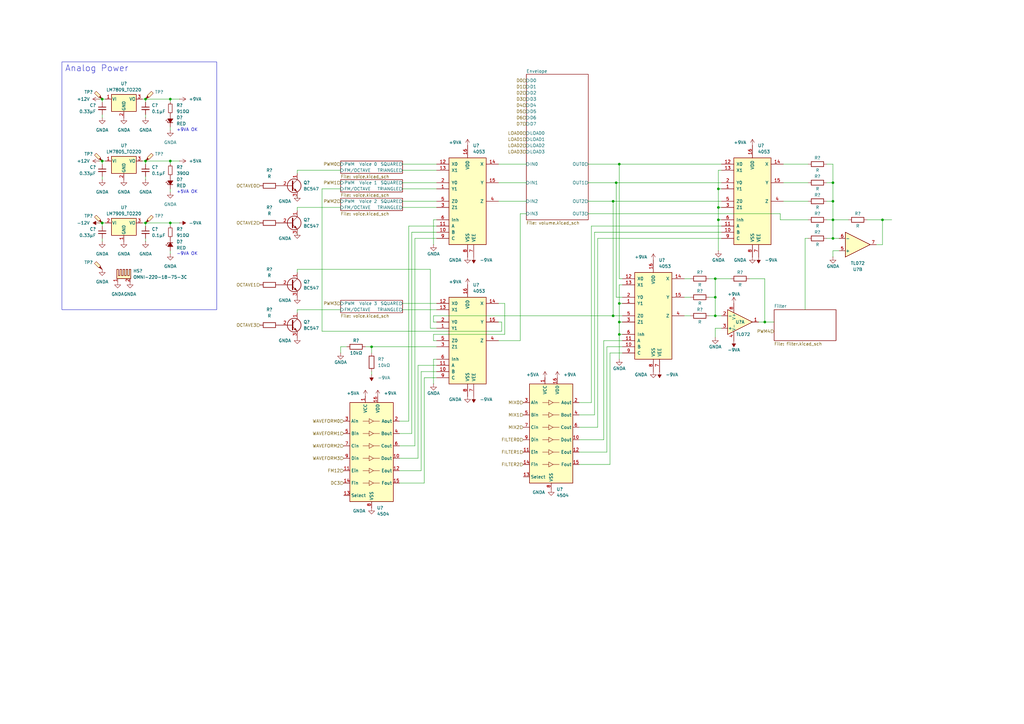
<source format=kicad_sch>
(kicad_sch (version 20231120) (generator "eeschema") (generator_version "8.0")
  (paper "A3")
  (lib_symbols
    (symbol "4xxx:4053" (pin_names (offset 1.016))
      (property "Reference" "U" (at -7.62 19.05 0))
      (property "Value" "4053" (at -7.62 -19.05 0))
      (symbol "4053_1_0"
        (pin passive line (at -12.7 5.08 0) (length 5.08) (name "Y1") (number "1"))
        (pin input line (at -12.7 -12.7 0) (length 5.08) (name "B") (number "10"))
        (pin input line (at -12.7 -10.16 0) (length 5.08) (name "A") (number "11"))
        (pin passive line (at -12.7 15.24 0) (length 5.08) (name "X0") (number "12"))
        (pin passive line (at -12.7 12.7 0) (length 5.08) (name "X1") (number "13"))
        (pin passive line (at 12.7 15.24 180) (length 5.08) (name "X") (number "14"))
        (pin passive line (at 12.7 7.62 180) (length 5.08) (name "Y") (number "15"))
        (pin power_in line (at 0 22.86 270) (length 5.08) (name "VDD") (number "16"))
        (pin passive line (at -12.7 7.62 0) (length 5.08) (name "Y0") (number "2"))
        (pin passive line (at -12.7 -2.54 0) (length 5.08) (name "Z1") (number "3"))
        (pin passive line (at 12.7 0 180) (length 5.08) (name "Z") (number "4"))
        (pin passive line (at -12.7 0 0) (length 5.08) (name "Z0") (number "5"))
        (pin input line (at -12.7 -7.62 0) (length 5.08) (name "Inh") (number "6"))
        (pin power_in line (at 2.54 -22.86 90) (length 5.08) (name "VEE") (number "7"))
        (pin power_in line (at 0 -22.86 90) (length 5.08) (name "VSS") (number "8"))
        (pin input line (at -12.7 -15.24 0) (length 5.08) (name "C") (number "9"))
      )
    )
    (symbol "4xxx:4504"
      (property "Reference" "U" (at -7.62 21.59 0))
      (property "Value" "4504" (at 6.35 21.59 0))
      (symbol "4504_1_1"
        (pin power_in line (at -2.54 22.86 270) (length 2.54) (name "VCC") (number "1"))
        (pin output line (at 11.43 -2.54 180) (length 2.54) (name "Dout") (number "10"))
        (pin input line (at -11.43 -7.62 0) (length 2.54) (name "Ein") (number "11"))
        (pin output line (at 11.43 -7.62 180) (length 2.54) (name "Eout") (number "12"))
        (pin input line (at -11.43 -17.78 0) (length 2.54) (name "Select") (number "13"))
        (pin input line (at -11.43 -12.7 0) (length 2.54) (name "Fin") (number "14"))
        (pin output line (at 11.43 -12.7 180) (length 2.54) (name "Fout") (number "15"))
        (pin power_in line (at 2.54 22.86 270) (length 2.54) (name "VDD") (number "16"))
        (pin output line (at 11.43 12.7 180) (length 2.54) (name "Aout") (number "2"))
        (pin input line (at -11.43 12.7 0) (length 2.54) (name "Ain") (number "3"))
        (pin output line (at 11.43 7.62 180) (length 2.54) (name "Bout") (number "4"))
        (pin input line (at -11.43 7.62 0) (length 2.54) (name "Bin") (number "5"))
        (pin output line (at 11.43 2.54 180) (length 2.54) (name "Cout") (number "6"))
        (pin input line (at -11.43 2.54 0) (length 2.54) (name "Cin") (number "7"))
        (pin power_in line (at 0 -22.86 90) (length 2.54) (name "VSS") (number "8"))
        (pin input line (at -11.43 -2.54 0) (length 2.54) (name "Din") (number "9"))
      )
    )
    (symbol "Amplifier_Operational:TL072" (pin_names (offset 0.127))
      (property "Reference" "U" (at 0 5.08 0))
      (property "Value" "TL072" (at 0 -5.08 0))
      (symbol "TL072_1_1"
        (pin output line (at 7.62 0 180) (length 2.54) (name "~") (number "1"))
        (pin input line (at -7.62 -2.54 0) (length 2.54) (name "-") (number "2"))
        (pin input line (at -7.62 2.54 0) (length 2.54) (name "+") (number "3"))
      )
      (symbol "TL072_2_1"
        (pin input line (at -7.62 2.54 0) (length 2.54) (name "+") (number "5"))
        (pin input line (at -7.62 -2.54 0) (length 2.54) (name "-") (number "6"))
        (pin output line (at 7.62 0 180) (length 2.54) (name "~") (number "7"))
      )
      (symbol "TL072_3_1"
        (pin power_in line (at -2.54 -7.62 90) (length 3.81) (name "V-") (number "4"))
        (pin power_in line (at -2.54 7.62 270) (length 3.81) (name "V+") (number "8"))
      )
    )
    (symbol "Connector:TestPoint_Probe" (pin_numbers hide) (pin_names (offset 0.762) hide)
      (property "Reference" "TP" (at 1.651 5.842 0))
      (property "Value" "TestPoint_Probe" (at 1.651 4.064 0))
      (symbol "TestPoint_Probe_1_1"
        (pin passive line (at 0 0 90) (length 0) (name "1") (number "1"))
      )
    )
    (symbol "Device:C_Small" (pin_numbers hide) (pin_names (offset 0.254) hide)
      (property "Reference" "C" (at 0.254 1.778 0))
      (property "Value" "C_Small" (at 0.254 -2.032 0))
      (symbol "C_Small_1_1"
        (pin passive line (at 0 2.54 270) (length 2.032) (name "~") (number "1"))
        (pin passive line (at 0 -2.54 90) (length 2.032) (name "~") (number "2"))
      )
    )
    (symbol "Device:LED_Small_Filled" (pin_numbers hide) (pin_names (offset 0.254) hide)
      (property "Reference" "D" (at -1.27 3.175 0))
      (property "Value" "LED_Small_Filled" (at -4.445 -2.54 0))
      (symbol "LED_Small_Filled_1_1"
        (pin passive line (at -2.54 0 0) (length 1.778) (name "K") (number "1"))
        (pin passive line (at 2.54 0 180) (length 1.778) (name "A") (number "2"))
      )
    )
    (symbol "Device:R" (pin_numbers hide) (pin_names (offset 0))
      (property "Reference" "R" (at 2.032 0 90))
      (property "Value" "R" (at 0 0 90))
      (symbol "R_1_1"
        (pin passive line (at 0 3.81 270) (length 1.27) (name "~") (number "1"))
        (pin passive line (at 0 -3.81 90) (length 1.27) (name "~") (number "2"))
      )
    )
    (symbol "Device:R_Small" (pin_numbers hide) (pin_names (offset 0.254) hide)
      (property "Reference" "R" (at 0.762 0.508 0))
      (property "Value" "R_Small" (at 0.762 -1.016 0))
      (symbol "R_Small_1_1"
        (pin passive line (at 0 2.54 270) (length 0.762) (name "~") (number "1"))
        (pin passive line (at 0 -2.54 90) (length 0.762) (name "~") (number "2"))
      )
    )
    (symbol "Mechanical:Heatsink_Pad_2Pin" (pin_names (offset 0)) (exclude_from_sim yes)
      (property "Reference" "HS" (at 0 5.715 0))
      (property "Value" "Heatsink_Pad_2Pin" (at 0 3.81 0))
      (symbol "Heatsink_Pad_2Pin_1_1"
        (pin passive line (at -2.54 -2.54 90) (length 1.27) (name "~") (number "1"))
        (pin passive line (at 2.54 -2.54 90) (length 1.27) (name "~") (number "2"))
      )
    )
    (symbol "Regulator_Linear:LM7805_TO220" (pin_names (offset 0.254))
      (property "Reference" "U" (at -3.81 3.175 0))
      (property "Value" "LM7805_TO220" (at 0 3.175 0))
      (symbol "LM7805_TO220_1_1"
        (pin power_in line (at -7.62 0 0) (length 2.54) (name "VI") (number "1"))
        (pin power_in line (at 0 -7.62 90) (length 2.54) (name "GND") (number "2"))
        (pin power_out line (at 7.62 0 180) (length 2.54) (name "VO") (number "3"))
      )
    )
    (symbol "Regulator_Linear:LM7809_TO220" (pin_names (offset 0.254))
      (property "Reference" "U" (at -3.81 3.175 0))
      (property "Value" "LM7809_TO220" (at 0 3.175 0))
      (symbol "LM7809_TO220_1_1"
        (pin power_in line (at -7.62 0 0) (length 2.54) (name "VI") (number "1"))
        (pin power_in line (at 0 -7.62 90) (length 2.54) (name "GND") (number "2"))
        (pin power_out line (at 7.62 0 180) (length 2.54) (name "VO") (number "3"))
      )
    )
    (symbol "Regulator_Linear:LM7909_TO220" (pin_names (offset 0.254))
      (property "Reference" "U" (at -3.81 -3.175 0))
      (property "Value" "LM7909_TO220" (at 0 -3.175 0))
      (symbol "LM7909_TO220_1_1"
        (pin power_in line (at 0 7.62 270) (length 2.54) (name "GND") (number "1"))
        (pin power_in line (at -7.62 0 0) (length 2.54) (name "VI") (number "2"))
        (pin power_out line (at 7.62 0 180) (length 2.54) (name "VO") (number "3"))
      )
    )
    (symbol "Transistor_BJT:BC547" (pin_names (offset 0) hide)
      (property "Reference" "Q" (at 5.08 1.905 0))
      (property "Value" "BC547" (at 5.08 0 0))
      (symbol "BC547_1_1"
        (pin passive line (at 2.54 5.08 270) (length 2.54) (name "C") (number "1"))
        (pin input line (at -5.08 0 0) (length 5.08) (name "B") (number "2"))
        (pin passive line (at 2.54 -5.08 90) (length 2.54) (name "E") (number "3"))
      )
    )
    (symbol "power:+12V" (power) (pin_numbers hide) (pin_names (offset 0) hide)
      (property "Value" "+12V" (at 0 3.556 0))
      (symbol "+12V_1_1"
        (pin power_in line (at 0 0 90) (length 0) (name "~") (number "1"))
      )
    )
    (symbol "power:+5VA" (power) (pin_numbers hide) (pin_names (offset 0) hide)
      (property "Value" "+5VA" (at 0 3.556 0))
      (symbol "+5VA_1_1"
        (pin power_in line (at 0 0 90) (length 0) (name "~") (number "1"))
      )
    )
    (symbol "power:+9VA" (power) (pin_numbers hide) (pin_names (offset 0) hide)
      (property "Value" "+9VA" (at 0 3.556 0))
      (symbol "+9VA_1_1"
        (pin power_in line (at 0 0 90) (length 0) (name "~") (number "1"))
      )
    )
    (symbol "power:-12V" (power) (pin_numbers hide) (pin_names (offset 0) hide)
      (property "Value" "-12V" (at 0 3.556 0))
      (symbol "-12V_0_0"
        (pin power_in line (at 0 0 90) (length 0) (name "~") (number "1"))
      )
    )
    (symbol "power:-9VA" (power) (pin_numbers hide) (pin_names (offset 0) hide)
      (property "Value" "-9VA" (at 0 3.556 0))
      (symbol "-9VA_1_1"
        (pin power_in line (at 0 0 90) (length 0) (name "~") (number "1"))
      )
    )
    (symbol "power:GNDA" (power) (pin_numbers hide) (pin_names (offset 0) hide)
      (property "Value" "GNDA" (at 0 -3.81 0))
      (symbol "GNDA_1_1"
        (pin power_in line (at 0 0 270) (length 0) (name "~") (number "1"))
      )
    )
  )
  (junction (at 69.85 91.44))
  (junction (at 293.37 114.3))
  (junction (at 59.69 91.44))
  (junction (at 313.69 132.08))
  (junction (at 341.63 90.17))
  (junction (at 254 137.16))
  (junction (at 293.37 121.92))
  (junction (at 252.73 74.93))
  (junction (at 254 67.31))
  (junction (at 251.46 129.54))
  (junction (at 69.85 40.64))
  (junction (at 59.69 66.04))
  (junction (at 341.63 82.55))
  (junction (at 341.63 97.79))
  (junction (at 59.69 40.64))
  (junction (at 294.64 77.47))
  (junction (at 152.4 142.24))
  (junction (at 41.91 91.44))
  (junction (at 251.46 82.55))
  (junction (at 254 124.46))
  (junction (at 254 132.08))
  (junction (at 41.91 40.64))
  (junction (at 294.64 85.09))
  (junction (at 361.95 90.17))
  (junction (at 69.85 66.04))
  (junction (at 341.63 74.93))
  (junction (at 293.37 129.54))
  (junction (at 41.91 66.04))
  (junction (at 294.64 90.17))
  (wire (pts (xy 69.85 91.44) (xy 69.85 92.71)))
  (wire (pts (xy 73.66 66.04) (xy 69.85 66.04)))
  (wire (pts (xy 294.64 77.47) (xy 294.64 85.09)))
  (wire (pts (xy 132.08 135.89) (xy 205.74 135.89)))
  (wire (pts (xy 176.53 134.62) (xy 176.53 110.49)))
  (wire (pts (xy 165.1 124.46) (xy 179.07 124.46)))
  (wire (pts (xy 121.92 96.52) (xy 121.92 95.25)))
  (wire (pts (xy 59.69 66.04) (xy 59.69 67.31)))
  (wire (pts (xy 341.63 90.17) (xy 339.09 90.17)))
  (wire (pts (xy 355.6 90.17) (xy 361.95 90.17)))
  (wire (pts (xy 241.3 74.93) (xy 252.73 74.93)))
  (wire (pts (xy 255.27 114.3) (xy 254 114.3)))
  (wire (pts (xy 254 116.84) (xy 254 124.46)))
  (wire (pts (xy 294.64 85.09) (xy 295.91 85.09)))
  (wire (pts (xy 59.69 72.39) (xy 59.69 73.66)))
  (wire (pts (xy 167.64 172.72) (xy 163.83 172.72)))
  (wire (pts (xy 165.1 82.55) (xy 179.07 82.55)))
  (wire (pts (xy 341.63 67.31) (xy 339.09 67.31)))
  (wire (pts (xy 165.1 67.31) (xy 179.07 67.31)))
  (wire (pts (xy 241.3 87.63) (xy 320.04 87.63)))
  (wire (pts (xy 69.85 66.04) (xy 59.69 66.04)))
  (wire (pts (xy 204.47 139.7) (xy 213.36 139.7)))
  (wire (pts (xy 294.64 90.17) (xy 294.64 102.87)))
  (wire (pts (xy 177.8 129.54) (xy 251.46 129.54)))
  (wire (pts (xy 245.11 97.79) (xy 295.91 97.79)))
  (wire (pts (xy 163.83 177.8) (xy 168.91 177.8)))
  (wire (pts (xy 69.85 77.47) (xy 69.85 78.74)))
  (wire (pts (xy 341.63 102.87) (xy 341.63 105.41)))
  (wire (pts (xy 69.85 52.07) (xy 69.85 53.34)))
  (wire (pts (xy 242.57 165.1) (xy 242.57 92.71)))
  (wire (pts (xy 254 124.46) (xy 255.27 124.46)))
  (wire (pts (xy 121.92 128.27) (xy 121.92 127)))
  (wire (pts (xy 168.91 177.8) (xy 168.91 95.25)))
  (wire (pts (xy 237.49 175.26) (xy 245.11 175.26)))
  (wire (pts (xy 69.85 40.64) (xy 69.85 41.91)))
  (wire (pts (xy 313.69 114.3) (xy 307.34 114.3)))
  (wire (pts (xy 311.15 132.08) (xy 313.69 132.08)))
  (wire (pts (xy 293.37 121.92) (xy 293.37 129.54)))
  (wire (pts (xy 59.69 40.64) (xy 69.85 40.64)))
  (wire (pts (xy 294.64 85.09) (xy 294.64 90.17)))
  (wire (pts (xy 173.99 198.12) (xy 173.99 154.94)))
  (wire (pts (xy 290.83 121.92) (xy 293.37 121.92)))
  (wire (pts (xy 254 137.16) (xy 255.27 137.16)))
  (wire (pts (xy 295.91 95.25) (xy 243.84 95.25)))
  (wire (pts (xy 213.36 139.7) (xy 213.36 87.63)))
  (wire (pts (xy 165.1 85.09) (xy 179.07 85.09)))
  (wire (pts (xy 59.69 40.64) (xy 59.69 41.91)))
  (wire (pts (xy 254 132.08) (xy 255.27 132.08)))
  (wire (pts (xy 177.8 90.17) (xy 179.07 90.17)))
  (wire (pts (xy 321.31 67.31) (xy 331.47 67.31)))
  (wire (pts (xy 205.74 132.08) (xy 204.47 132.08)))
  (wire (pts (xy 341.63 82.55) (xy 341.63 74.93)))
  (wire (pts (xy 255.27 116.84) (xy 254 116.84)))
  (wire (pts (xy 204.47 67.31) (xy 215.9 67.31)))
  (wire (pts (xy 177.8 139.7) (xy 179.07 139.7)))
  (wire (pts (xy 313.69 132.08) (xy 317.5 132.08)))
  (wire (pts (xy 59.69 66.04) (xy 58.42 66.04)))
  (wire (pts (xy 254 67.31) (xy 254 114.3)))
  (wire (pts (xy 293.37 114.3) (xy 293.37 121.92)))
  (wire (pts (xy 341.63 82.55) (xy 339.09 82.55)))
  (wire (pts (xy 243.84 170.18) (xy 237.49 170.18)))
  (wire (pts (xy 59.69 46.99) (xy 59.69 48.26)))
  (wire (pts (xy 69.85 102.87) (xy 69.85 104.14)))
  (wire (pts (xy 204.47 82.55) (xy 215.9 82.55)))
  (wire (pts (xy 165.1 77.47) (xy 179.07 77.47)))
  (wire (pts (xy 40.64 40.64) (xy 41.91 40.64)))
  (wire (pts (xy 132.08 77.47) (xy 139.7 77.47)))
  (wire (pts (xy 313.69 114.3) (xy 313.69 132.08)))
  (wire (pts (xy 69.85 40.64) (xy 73.66 40.64)))
  (wire (pts (xy 237.49 165.1) (xy 242.57 165.1)))
  (wire (pts (xy 295.91 134.62) (xy 293.37 134.62)))
  (wire (pts (xy 294.64 69.85) (xy 294.64 77.47)))
  (wire (pts (xy 204.47 74.93) (xy 215.9 74.93)))
  (wire (pts (xy 165.1 74.93) (xy 179.07 74.93)))
  (wire (pts (xy 179.07 134.62) (xy 176.53 134.62)))
  (wire (pts (xy 69.85 91.44) (xy 59.69 91.44)))
  (wire (pts (xy 177.8 157.48) (xy 177.8 147.32)))
  (wire (pts (xy 255.27 139.7) (xy 247.65 139.7)))
  (wire (pts (xy 207.01 137.16) (xy 207.01 124.46)))
  (wire (pts (xy 341.63 90.17) (xy 347.98 90.17)))
  (wire (pts (xy 320.04 90.17) (xy 331.47 90.17)))
  (wire (pts (xy 179.07 92.71) (xy 167.64 92.71)))
  (wire (pts (xy 295.91 69.85) (xy 294.64 69.85)))
  (wire (pts (xy 320.04 87.63) (xy 320.04 90.17)))
  (wire (pts (xy 252.73 74.93) (xy 295.91 74.93)))
  (wire (pts (xy 152.4 152.4) (xy 152.4 153.67)))
  (wire (pts (xy 121.92 85.09) (xy 139.7 85.09)))
  (wire (pts (xy 290.83 114.3) (xy 293.37 114.3)))
  (wire (pts (xy 179.07 152.4) (xy 172.72 152.4)))
  (wire (pts (xy 237.49 190.5) (xy 250.19 190.5)))
  (wire (pts (xy 299.72 114.3) (xy 293.37 114.3)))
  (wire (pts (xy 280.67 121.92) (xy 283.21 121.92)))
  (wire (pts (xy 341.63 97.79) (xy 341.63 90.17)))
  (wire (pts (xy 165.1 69.85) (xy 179.07 69.85)))
  (wire (pts (xy 213.36 87.63) (xy 215.9 87.63)))
  (wire (pts (xy 241.3 82.55) (xy 251.46 82.55)))
  (wire (pts (xy 41.91 97.79) (xy 41.91 99.06)))
  (wire (pts (xy 254 132.08) (xy 254 137.16)))
  (wire (pts (xy 41.91 40.64) (xy 43.18 40.64)))
  (wire (pts (xy 41.91 41.91) (xy 41.91 40.64)))
  (wire (pts (xy 41.91 91.44) (xy 43.18 91.44)))
  (wire (pts (xy 361.95 90.17) (xy 365.76 90.17)))
  (wire (pts (xy 294.64 90.17) (xy 295.91 90.17)))
  (wire (pts (xy 177.8 132.08) (xy 179.07 132.08)))
  (wire (pts (xy 321.31 74.93) (xy 331.47 74.93)))
  (wire (pts (xy 177.8 132.08) (xy 177.8 129.54)))
  (wire (pts (xy 294.64 77.47) (xy 295.91 77.47)))
  (wire (pts (xy 172.72 193.04) (xy 163.83 193.04)))
  (wire (pts (xy 139.7 142.24) (xy 139.7 144.78)))
  (wire (pts (xy 167.64 92.71) (xy 167.64 172.72)))
  (wire (pts (xy 293.37 134.62) (xy 293.37 138.43)))
  (wire (pts (xy 255.27 129.54) (xy 251.46 129.54)))
  (wire (pts (xy 330.2 97.79) (xy 330.2 127)))
  (wire (pts (xy 245.11 175.26) (xy 245.11 97.79)))
  (wire (pts (xy 341.63 90.17) (xy 341.63 82.55)))
  (wire (pts (xy 41.91 66.04) (xy 41.91 67.31)))
  (wire (pts (xy 177.8 137.16) (xy 207.01 137.16)))
  (wire (pts (xy 139.7 142.24) (xy 142.24 142.24)))
  (wire (pts (xy 248.92 185.42) (xy 248.92 142.24)))
  (wire (pts (xy 179.07 97.79) (xy 170.18 97.79)))
  (wire (pts (xy 177.8 100.33) (xy 177.8 90.17)))
  (wire (pts (xy 152.4 142.24) (xy 152.4 144.78)))
  (wire (pts (xy 121.92 86.36) (xy 121.92 85.09)))
  (wire (pts (xy 252.73 74.93) (xy 252.73 121.92)))
  (wire (pts (xy 149.86 142.24) (xy 152.4 142.24)))
  (wire (pts (xy 172.72 152.4) (xy 172.72 193.04)))
  (wire (pts (xy 254 67.31) (xy 295.91 67.31)))
  (wire (pts (xy 173.99 154.94) (xy 179.07 154.94)))
  (wire (pts (xy 361.95 90.17) (xy 361.95 100.33)))
  (wire (pts (xy 165.1 127) (xy 179.07 127)))
  (wire (pts (xy 177.8 139.7) (xy 177.8 137.16)))
  (wire (pts (xy 41.91 46.99) (xy 41.91 48.26)))
  (wire (pts (xy 59.69 40.64) (xy 58.42 40.64)))
  (wire (pts (xy 341.63 74.93) (xy 341.63 67.31)))
  (wire (pts (xy 251.46 82.55) (xy 295.91 82.55)))
  (wire (pts (xy 243.84 95.25) (xy 243.84 170.18)))
  (wire (pts (xy 41.91 66.04) (xy 43.18 66.04)))
  (wire (pts (xy 171.45 187.96) (xy 163.83 187.96)))
  (wire (pts (xy 170.18 97.79) (xy 170.18 182.88)))
  (wire (pts (xy 132.08 77.47) (xy 132.08 135.89)))
  (wire (pts (xy 121.92 110.49) (xy 121.92 111.76)))
  (wire (pts (xy 250.19 144.78) (xy 250.19 190.5)))
  (wire (pts (xy 40.64 91.44) (xy 41.91 91.44)))
  (wire (pts (xy 69.85 66.04) (xy 69.85 67.31)))
  (wire (pts (xy 242.57 92.71) (xy 295.91 92.71)))
  (wire (pts (xy 241.3 67.31) (xy 254 67.31)))
  (wire (pts (xy 255.27 121.92) (xy 252.73 121.92)))
  (wire (pts (xy 121.92 127) (xy 139.7 127)))
  (wire (pts (xy 121.92 71.12) (xy 121.92 69.85)))
  (wire (pts (xy 321.31 82.55) (xy 331.47 82.55)))
  (wire (pts (xy 59.69 97.79) (xy 59.69 99.06)))
  (wire (pts (xy 73.66 91.44) (xy 69.85 91.44)))
  (wire (pts (xy 280.67 129.54) (xy 283.21 129.54)))
  (wire (pts (xy 247.65 139.7) (xy 247.65 180.34)))
  (wire (pts (xy 170.18 182.88) (xy 163.83 182.88)))
  (wire (pts (xy 41.91 91.44) (xy 41.91 92.71)))
  (wire (pts (xy 121.92 110.49) (xy 176.53 110.49)))
  (wire (pts (xy 41.91 72.39) (xy 41.91 73.66)))
  (wire (pts (xy 247.65 180.34) (xy 237.49 180.34)))
  (wire (pts (xy 331.47 97.79) (xy 330.2 97.79)))
  (wire (pts (xy 341.63 74.93) (xy 339.09 74.93)))
  (wire (pts (xy 255.27 144.78) (xy 250.19 144.78)))
  (wire (pts (xy 152.4 142.24) (xy 179.07 142.24)))
  (wire (pts (xy 290.83 129.54) (xy 293.37 129.54)))
  (wire (pts (xy 254 124.46) (xy 254 132.08)))
  (wire (pts (xy 341.63 97.79) (xy 344.17 97.79)))
  (wire (pts (xy 280.67 114.3) (xy 283.21 114.3)))
  (wire (pts (xy 237.49 185.42) (xy 248.92 185.42)))
  (wire (pts (xy 293.37 129.54) (xy 295.91 129.54)))
  (wire (pts (xy 177.8 147.32) (xy 179.07 147.32)))
  (wire (pts (xy 254 137.16) (xy 254 147.32)))
  (wire (pts (xy 121.92 69.85) (xy 139.7 69.85)))
  (wire (pts (xy 339.09 97.79) (xy 341.63 97.79)))
  (wire (pts (xy 344.17 102.87) (xy 341.63 102.87)))
  (wire (pts (xy 59.69 91.44) (xy 59.69 92.71)))
  (wire (pts (xy 168.91 95.25) (xy 179.07 95.25)))
  (wire (pts (xy 179.07 149.86) (xy 171.45 149.86)))
  (wire (pts (xy 171.45 149.86) (xy 171.45 187.96)))
  (wire (pts (xy 59.69 91.44) (xy 58.42 91.44)))
  (wire (pts (xy 251.46 82.55) (xy 251.46 129.54)))
  (wire (pts (xy 361.95 100.33) (xy 359.41 100.33)))
  (wire (pts (xy 204.47 124.46) (xy 207.01 124.46)))
  (wire (pts (xy 40.64 66.04) (xy 41.91 66.04)))
  (wire (pts (xy 205.74 132.08) (xy 205.74 135.89)))
  (wire (pts (xy 163.83 198.12) (xy 173.99 198.12)))
  (wire (pts (xy 121.92 81.28) (xy 121.92 80.01)))
  (wire (pts (xy 248.92 142.24) (xy 255.27 142.24)))
  (rectangle (start 25.4 25.4) (end 88.9 127))
  (text "Analog Power" (at 26.67 26.67 0) (effects (font (size 2.54 2.54)) (justify left top)))
  (text "-9VA OK" (at 72.39 104.14 0) (effects (font (size 1.27 1.27)) (justify left)))
  (text "+9VA OK" (at 72.39 53.34 0) (effects (font (size 1.27 1.27)) (justify left)))
  (text "+5VA OK" (at 72.39 78.74 0) (effects (font (size 1.27 1.27)) (justify left)))
  (hierarchical_label "MIX2" (shape input) (at 214.63 175.26 180))
  (hierarchical_label "D1" (shape input) (at 215.9 35.56 180))
  (hierarchical_label "D2" (shape input) (at 215.9 38.1 180))
  (hierarchical_label "MIX1" (shape input) (at 214.63 170.18 180))
  (hierarchical_label "D3" (shape input) (at 215.9 40.64 180))
  (hierarchical_label "D5" (shape input) (at 215.9 45.72 180))
  (hierarchical_label "D0" (shape input) (at 215.9 33.02 180))
  (hierarchical_label "FILTER0" (shape input) (at 214.63 180.34 180))
  (hierarchical_label "PWM1" (shape input) (at 139.7 74.93 180))
  (hierarchical_label "OCTAVE1" (shape input) (at 106.68 116.84 180))
  (hierarchical_label "FILTER1" (shape input) (at 214.63 185.42 180))
  (hierarchical_label "PWM4" (shape input) (at 317.5 135.89 180))
  (hierarchical_label "OCTAVE2" (shape input) (at 106.68 91.44 180))
  (hierarchical_label "WAVEFORM1" (shape input) (at 140.97 177.8 180))
  (hierarchical_label "DC3" (shape input) (at 140.97 198.12 180))
  (hierarchical_label "FILTER2" (shape input) (at 214.63 190.5 180))
  (hierarchical_label "PWM3" (shape input) (at 139.7 124.46 180))
  (hierarchical_label "WAVEFORM2" (shape input) (at 140.97 182.88 180))
  (hierarchical_label "OCTAVE0" (shape input) (at 106.68 76.2 180))
  (hierarchical_label "D4" (shape input) (at 215.9 43.18 180))
  (hierarchical_label "WAVEFORM0" (shape input) (at 140.97 172.72 180))
  (hierarchical_label "LOAD0" (shape input) (at 215.9 54.61 180))
  (hierarchical_label "LOAD1" (shape input) (at 215.9 57.15 180))
  (hierarchical_label "FM12" (shape input) (at 140.97 193.04 180))
  (hierarchical_label "WAVEFORM3" (shape input) (at 140.97 187.96 180))
  (hierarchical_label "D7" (shape input) (at 215.9 50.8 180))
  (hierarchical_label "PWM2" (shape input) (at 139.7 82.55 180))
  (hierarchical_label "MIX0" (shape input) (at 214.63 165.1 180))
  (hierarchical_label "LOAD3" (shape input) (at 215.9 62.23 180))
  (hierarchical_label "PWM0" (shape input) (at 139.7 67.31 180))
  (hierarchical_label "OCTAVE3" (shape input) (at 106.68 133.35 180))
  (hierarchical_label "D6" (shape input) (at 215.9 48.26 180))
  (hierarchical_label "LOAD2" (shape input) (at 215.9 59.69 180))
  (symbol (lib_id "power:GNDA") (at 341.63 105.41 0) (mirror y) (unit 1)
    (property "Reference" "#PWR?" (effects (hide yes)))
    (property "Value" "GNDA" (at 341.63 109.22 0))
    (property "Description" "Power symbol creates a global label with name \"GNDA\" , analog ground" (effects (hide yes)))
  )
  (symbol (lib_id "Regulator_Linear:LM7809_TO220") (at 50.8 40.64 0) (unit 1)
    (property "Reference" "U?" (at 50.8 34.29 0))
    (property "Value" "LM7809_TO220" (at 50.8 36.83 0))
    (property "Footprint" "Package_TO_SOT_THT:TO-220-3_Vertical" (effects (hide yes)))
    (property "Datasheet" "https://www.onsemi.cn/PowerSolutions/document/MC7800-D.PDF" (effects (hide yes)))
    (property "Description" "Positive 1A 35V Linear Regulator, Fixed Output 9V, TO-220" (effects (hide yes)))
  )
  (symbol (lib_id "Device:R") (at 146.05 142.24 90) (mirror x) (unit 1)
    (property "Reference" "R?" (at 146.05 139.7 90))
    (property "Value" "10kΩ" (at 146.05 144.78 90))
    (property "Description" "Resistor" (effects (hide yes)))
  )
  (symbol (lib_id "Connector:TestPoint_Probe") (at 41.91 91.44 0) (mirror y) (unit 1)
    (property "Reference" "TP?" (at 38.1 88.5824 0) (effects (justify left)))
    (property "Value" "TestPoint_Probe" (effects (hide yes)))
    (property "Description" "test point (alternative probe-style design)" (effects (hide yes)))
  )
  (symbol (lib_id "Device:R") (at 335.28 67.31 90) (unit 1)
    (property "Reference" "R?" (at 335.28 64.77 90))
    (property "Value" "R" (at 335.28 69.85 90))
    (property "Description" "Resistor" (effects (hide yes)))
  )
  (symbol (lib_id "power:+9VA") (at 300.99 124.46 0) (unit 1)
    (property "Reference" "#PWR?" (effects (hide yes)))
    (property "Value" "+9VA" (at 300.99 120.65 0))
    (property "Description" "Power symbol creates a global label with name \"+9VA\"" (effects (hide yes)))
  )
  (symbol (lib_id "power:GNDA") (at 139.7 144.78 0) (mirror y) (unit 1)
    (property "Reference" "#PWR?" (effects (hide yes)))
    (property "Value" "GNDA" (at 139.7 148.59 0))
    (property "Description" "Power symbol creates a global label with name \"GNDA\" , analog ground" (effects (hide yes)))
  )
  (symbol (lib_id "Transistor_BJT:BC547") (at 119.38 133.35 0) (unit 1)
    (property "Reference" "Q?" (at 124.46 132.0799 0) (effects (justify left)))
    (property "Value" "BC547" (at 124.46 134.6199 0) (effects (justify left)))
    (property "Footprint" "Package_TO_SOT_THT:TO-92_Inline" (effects (hide yes)))
    (property "Datasheet" "https://www.onsemi.com/pub/Collateral/BC550-D.pdf" (effects (hide yes)))
    (property "Description" "0.1A Ic, 45V Vce, Small Signal NPN Transistor, TO-92" (effects (hide yes)))
  )
  (symbol (lib_id "power:+5VA") (at 223.52 154.94 0) (unit 1)
    (property "Reference" "#PWR?" (effects (hide yes)))
    (property "Value" "+5VA" (at 218.44 153.67 0))
    (property "Description" "Power symbol creates a global label with name \"+5VA\"" (effects (hide yes)))
  )
  (symbol (lib_id "power:-9VA") (at 73.66 91.44 270) (unit 1)
    (property "Reference" "#PWR?" (effects (hide yes)))
    (property "Value" "-9VA" (at 77.47 91.4399 90) (effects (justify left)))
    (property "Description" "Power symbol creates a global label with name \"-9VA\"" (effects (hide yes)))
  )
  (symbol (lib_id "Device:LED_Small_Filled") (at 69.85 74.93 90) (unit 1)
    (property "Reference" "D?" (at 72.39 73.5964 90) (effects (justify right)))
    (property "Value" "RED" (at 72.39 76.1364 90) (effects (justify right)))
    (property "Description" "Light emitting diode, small symbol, filled shape" (effects (hide yes)))
  )
  (symbol (lib_id "Connector:TestPoint_Probe") (at 59.69 91.44 0) (unit 1)
    (property "Reference" "TP?" (at 63.5 88.5824 0) (effects (justify left)))
    (property "Value" "TestPoint_Probe" (effects (hide yes)))
    (property "Description" "test point (alternative probe-style design)" (effects (hide yes)))
  )
  (symbol (lib_id "Device:R") (at 110.49 116.84 90) (unit 1)
    (property "Reference" "R?" (at 110.49 110.49 90))
    (property "Value" "R" (at 110.49 113.03 90))
    (property "Description" "Resistor" (effects (hide yes)))
  )
  (symbol (lib_id "power:-9VA") (at 311.15 105.41 180) (unit 1)
    (property "Reference" "#PWR?" (effects (hide yes)))
    (property "Value" "-9VA" (at 316.23 106.68 0))
    (property "Description" "Power symbol creates a global label with name \"-9VA\"" (effects (hide yes)))
  )
  (symbol (lib_id "power:GNDA") (at 41.91 73.66 0) (unit 1)
    (property "Reference" "#PWR?" (effects (hide yes)))
    (property "Value" "GNDA" (at 41.91 78.74 0))
    (property "Description" "Power symbol creates a global label with name \"GNDA\" , analog ground" (effects (hide yes)))
  )
  (symbol (lib_id "power:+9VA") (at 308.61 59.69 0) (unit 1)
    (property "Reference" "#PWR?" (effects (hide yes)))
    (property "Value" "+9VA" (at 303.53 58.42 0))
    (property "Description" "Power symbol creates a global label with name \"+9VA\"" (effects (hide yes)))
  )
  (symbol (lib_id "power:+9VA") (at 73.66 40.64 270) (unit 1)
    (property "Reference" "#PWR?" (effects (hide yes)))
    (property "Value" "+9VA" (at 77.47 40.6399 90) (effects (justify left)))
    (property "Description" "Power symbol creates a global label with name \"+9VA\"" (effects (hide yes)))
  )
  (symbol (lib_id "Regulator_Linear:LM7909_TO220") (at 50.8 91.44 0) (mirror x) (unit 1)
    (property "Reference" "U?" (at 50.8 85.09 0))
    (property "Value" "LM7909_TO220" (at 50.8 87.63 0))
    (property "Footprint" "Package_TO_SOT_THT:TO-220-3_Vertical" (effects (hide yes)))
    (property "Datasheet" "https://www.onsemi.com/pub/Collateral/MC7900-D.PDF" (effects (hide yes)))
    (property "Description" "Negative 1A 35V Linear Regulator, Fixed Output 9V, TO-220" (effects (hide yes)))
  )
  (symbol (lib_id "power:GNDA") (at 254 147.32 0) (mirror y) (unit 1)
    (property "Reference" "#PWR?" (effects (hide yes)))
    (property "Value" "GNDA" (at 254 151.13 0))
    (property "Description" "Power symbol creates a global label with name \"GNDA\" , analog ground" (effects (hide yes)))
  )
  (symbol (lib_id "power:GNDA") (at 59.69 48.26 0) (unit 1)
    (property "Reference" "#PWR?" (effects (hide yes)))
    (property "Value" "GNDA" (at 59.69 53.34 0))
    (property "Description" "Power symbol creates a global label with name \"GNDA\" , analog ground" (effects (hide yes)))
  )
  (symbol (lib_id "power:GNDA") (at 121.92 80.01 0) (unit 1)
    (property "Reference" "#PWR?" (effects (hide yes)))
    (property "Value" "GNDA" (at 116.84 82.55 0))
    (property "Description" "Power symbol creates a global label with name \"GNDA\" , analog ground" (effects (hide yes)))
  )
  (symbol (lib_id "Transistor_BJT:BC547") (at 119.38 116.84 0) (unit 1)
    (property "Reference" "Q?" (at 124.46 115.5699 0) (effects (justify left)))
    (property "Value" "BC547" (at 124.46 118.1099 0) (effects (justify left)))
    (property "Footprint" "Package_TO_SOT_THT:TO-92_Inline" (effects (hide yes)))
    (property "Datasheet" "https://www.onsemi.com/pub/Collateral/BC550-D.pdf" (effects (hide yes)))
    (property "Description" "0.1A Ic, 45V Vce, Small Signal NPN Transistor, TO-92" (effects (hide yes)))
  )
  (symbol (lib_id "Device:R") (at 110.49 91.44 90) (unit 1)
    (property "Reference" "R?" (at 110.49 85.09 90))
    (property "Value" "R" (at 110.49 87.63 90))
    (property "Description" "Resistor" (effects (hide yes)))
  )
  (symbol (lib_id "Connector:TestPoint_Probe") (at 59.69 66.04 0) (unit 1)
    (property "Reference" "TP?" (at 63.5 63.1824 0) (effects (justify left)))
    (property "Value" "TestPoint_Probe" (effects (hide yes)))
    (property "Description" "test point (alternative probe-style design)" (effects (hide yes)))
  )
  (symbol (lib_id "power:GNDA") (at 69.85 78.74 0) (unit 1)
    (property "Reference" "#PWR?" (effects (hide yes)))
    (property "Value" "GNDA" (at 69.85 83.82 0))
    (property "Description" "Power symbol creates a global label with name \"GNDA\" , analog ground" (effects (hide yes)))
  )
  (symbol (lib_id "Device:C_Small") (at 59.69 69.85 0) (mirror y) (unit 1)
    (property "Reference" "C?" (at 62.23 68.5862 0) (effects (justify right)))
    (property "Value" "0.1µF" (at 62.23 71.1262 0) (effects (justify right)))
    (property "Description" "Unpolarized capacitor, small symbol" (effects (hide yes)))
  )
  (symbol (lib_id "power:GNDA") (at 41.91 48.26 0) (unit 1)
    (property "Reference" "#PWR?" (effects (hide yes)))
    (property "Value" "GNDA" (at 41.91 53.34 0))
    (property "Description" "Power symbol creates a global label with name \"GNDA\" , analog ground" (effects (hide yes)))
  )
  (symbol (lib_id "Transistor_BJT:BC547") (at 119.38 76.2 0) (unit 1)
    (property "Reference" "Q?" (at 124.46 74.9299 0) (effects (justify left)))
    (property "Value" "BC547" (at 124.46 77.4699 0) (effects (justify left)))
    (property "Footprint" "Package_TO_SOT_THT:TO-92_Inline" (effects (hide yes)))
    (property "Datasheet" "https://www.onsemi.com/pub/Collateral/BC550-D.pdf" (effects (hide yes)))
    (property "Description" "0.1A Ic, 45V Vce, Small Signal NPN Transistor, TO-92" (effects (hide yes)))
  )
  (symbol (lib_id "power:-9VA") (at 194.31 162.56 180) (unit 1)
    (property "Reference" "#PWR?" (effects (hide yes)))
    (property "Value" "-9VA" (at 199.39 163.83 0))
    (property "Description" "Power symbol creates a global label with name \"-9VA\"" (effects (hide yes)))
  )
  (symbol (lib_id "Device:LED_Small_Filled") (at 69.85 49.53 90) (unit 1)
    (property "Reference" "D?" (at 72.39 48.1964 90) (effects (justify right)))
    (property "Value" "RED" (at 72.39 50.7364 90) (effects (justify right)))
    (property "Description" "Light emitting diode, small symbol, filled shape" (effects (hide yes)))
  )
  (symbol (lib_id "4xxx:4053") (at 267.97 129.54 0) (unit 1)
    (property "Reference" "U?" (at 270.1641 106.68 0) (effects (justify left)))
    (property "Value" "4053" (at 270.1641 109.22 0) (effects (justify left)))
    (property "Datasheet" "http://www.intersil.com/content/dam/Intersil/documents/cd40/cd4051bms-52bms-53bms.pdf" (effects (hide yes)))
    (property "Description" "Triple analog Multiplexer 2 to 1 line" (effects (hide yes)))
  )
  (symbol (lib_id "power:GNDA") (at 41.91 99.06 0) (unit 1)
    (property "Reference" "#PWR?" (effects (hide yes)))
    (property "Value" "GNDA" (at 41.91 104.14 0))
    (property "Description" "Power symbol creates a global label with name \"GNDA\" , analog ground" (effects (hide yes)))
  )
  (symbol (lib_id "Device:R") (at 287.02 114.3 90) (unit 1)
    (property "Reference" "R?" (at 287.02 111.76 90))
    (property "Value" "R" (at 287.02 116.84 90))
    (property "Description" "Resistor" (effects (hide yes)))
  )
  (symbol (lib_id "power:-9VA") (at 152.4 153.67 180) (unit 1)
    (property "Reference" "#PWR?" (effects (hide yes)))
    (property "Value" "-9VA" (at 157.48 154.94 0))
    (property "Description" "Power symbol creates a global label with name \"-9VA\"" (effects (hide yes)))
  )
  (symbol (lib_id "power:+9VA") (at 228.6 154.94 0) (mirror y) (unit 1)
    (property "Reference" "#PWR?" (effects (hide yes)))
    (property "Value" "+9VA" (at 233.68 153.67 0))
    (property "Description" "Power symbol creates a global label with name \"+9VA\"" (effects (hide yes)))
  )
  (symbol (lib_id "power:-9VA") (at 300.99 139.7 180) (unit 1)
    (property "Reference" "#PWR?" (effects (hide yes)))
    (property "Value" "-9VA" (at 300.99 143.51 0))
    (property "Description" "Power symbol creates a global label with name \"-9VA\"" (effects (hide yes)))
  )
  (symbol (lib_id "4xxx:4504") (at 152.4 185.42 0) (unit 1)
    (property "Reference" "U?" (at 154.5941 208.28 0) (effects (justify left)))
    (property "Value" "4504" (at 154.5941 210.82 0) (effects (justify left)))
    (property "Datasheet" "http://www.ti.com/lit/ds/symlink/cd4504b.pdf" (effects (hide yes)))
    (property "Description" "CMOS Hex Voltage-Level Shifter for TTL-to-CMOS or CMOS-to-CMOS, DIP-16/SOIC-16/TSSOP-16" (effects (hide yes)))
  )
  (symbol (lib_id "power:GNDA") (at 50.8 48.26 0) (unit 1)
    (property "Reference" "#PWR?" (effects (hide yes)))
    (property "Value" "GNDA" (at 50.8 53.34 0))
    (property "Description" "Power symbol creates a global label with name \"GNDA\" , analog ground" (effects (hide yes)))
  )
  (symbol (lib_id "Device:R") (at 110.49 76.2 90) (unit 1)
    (property "Reference" "R?" (at 110.49 69.85 90))
    (property "Value" "R" (at 110.49 72.39 90))
    (property "Description" "Resistor" (effects (hide yes)))
  )
  (symbol (lib_id "power:GNDA") (at 293.37 138.43 0) (mirror y) (unit 1)
    (property "Reference" "#PWR?" (effects (hide yes)))
    (property "Value" "GNDA" (at 293.37 142.24 0))
    (property "Description" "Power symbol creates a global label with name \"GNDA\" , analog ground" (effects (hide yes)))
  )
  (symbol (lib_id "Amplifier_Operational:TL072") (at 303.53 132.08 0) (unit 3)
    (property "Reference" "U?" (effects (hide yes)))
    (property "Value" "TL072" (effects (hide yes)))
    (property "Datasheet" "http://www.ti.com/lit/ds/symlink/tl071.pdf" (effects (hide yes)))
    (property "Description" "Dual Low-Noise JFET-Input Operational Amplifiers, DIP-8/SOIC-8" (effects (hide yes)))
  )
  (symbol (lib_id "power:GNDA") (at 48.26 115.57 0) (unit 1)
    (property "Reference" "#PWR?" (effects (hide yes)))
    (property "Value" "GNDA" (at 48.26 120.65 0))
    (property "Description" "Power symbol creates a global label with name \"GNDA\" , analog ground" (effects (hide yes)))
  )
  (symbol (lib_id "power:GNDA") (at 50.8 73.66 0) (unit 1)
    (property "Reference" "#PWR?" (effects (hide yes)))
    (property "Value" "GNDA" (at 50.8 78.74 0))
    (property "Description" "Power symbol creates a global label with name \"GNDA\" , analog ground" (effects (hide yes)))
  )
  (symbol (lib_id "power:+9VA") (at 267.97 106.68 0) (unit 1)
    (property "Reference" "#PWR?" (effects (hide yes)))
    (property "Value" "+9VA" (at 262.89 105.41 0))
    (property "Description" "Power symbol creates a global label with name \"+9VA\"" (effects (hide yes)))
  )
  (symbol (lib_id "power:GNDA") (at 294.64 102.87 0) (mirror y) (unit 1)
    (property "Reference" "#PWR?" (effects (hide yes)))
    (property "Value" "GNDA" (at 294.64 106.68 0))
    (property "Description" "Power symbol creates a global label with name \"GNDA\" , analog ground" (effects (hide yes)))
  )
  (symbol (lib_id "Regulator_Linear:LM7805_TO220") (at 50.8 66.04 0) (unit 1)
    (property "Reference" "U?" (at 50.8 59.69 0))
    (property "Value" "LM7805_TO220" (at 50.8 62.23 0))
    (property "Footprint" "Package_TO_SOT_THT:TO-220-3_Vertical" (effects (hide yes)))
    (property "Datasheet" "https://www.onsemi.cn/PowerSolutions/document/MC7800-D.PDF" (effects (hide yes)))
    (property "Description" "Positive 1A 35V Linear Regulator, Fixed Output 5V, TO-220" (effects (hide yes)))
  )
  (symbol (lib_id "power:GNDA") (at 121.92 121.92 0) (unit 1)
    (property "Reference" "#PWR?" (effects (hide yes)))
    (property "Value" "GNDA" (at 116.84 123.19 0))
    (property "Description" "Power symbol creates a global label with name \"GNDA\" , analog ground" (effects (hide yes)))
  )
  (symbol (lib_id "Mechanical:Heatsink_Pad_2Pin") (at 50.8 113.03 0) (unit 1) (exclude_from_sim yes)
    (property "Reference" "HS?" (at 54.61 111.1249 0) (effects (justify left)))
    (property "Value" "OMNI-220-18-75-3C" (at 54.61 113.6649 0) (effects (justify left)))
    (property "Description" "Heatsink with electrical connection, 2 pin" (effects (hide yes)))
  )
  (symbol (lib_id "Device:R") (at 335.28 97.79 90) (unit 1)
    (property "Reference" "R?" (at 335.28 95.25 90))
    (property "Value" "R" (at 335.28 100.33 90))
    (property "Description" "Resistor" (effects (hide yes)))
  )
  (symbol (lib_id "power:GNDA") (at 59.69 73.66 0) (unit 1)
    (property "Reference" "#PWR?" (effects (hide yes)))
    (property "Value" "GNDA" (at 59.69 78.74 0))
    (property "Description" "Power symbol creates a global label with name \"GNDA\" , analog ground" (effects (hide yes)))
  )
  (symbol (lib_id "power:+12V") (at 40.64 66.04 90) (unit 1)
    (property "Reference" "#PWR?" (effects (hide yes)))
    (property "Value" "+12V" (at 36.83 66.0399 90) (effects (justify left)))
    (property "Description" "Power symbol creates a global label with name \"+12V\"" (effects (hide yes)))
  )
  (symbol (lib_id "power:GNDA") (at 69.85 104.14 0) (unit 1)
    (property "Reference" "#PWR?" (effects (hide yes)))
    (property "Value" "GNDA" (at 69.85 109.22 0))
    (property "Description" "Power symbol creates a global label with name \"GNDA\" , analog ground" (effects (hide yes)))
  )
  (symbol (lib_id "power:+12V") (at 40.64 40.64 90) (unit 1)
    (property "Reference" "#PWR?" (effects (hide yes)))
    (property "Value" "+12V" (at 36.83 40.6399 90) (effects (justify left)))
    (property "Description" "Power symbol creates a global label with name \"+12V\"" (effects (hide yes)))
  )
  (symbol (lib_id "Device:R") (at 287.02 129.54 90) (unit 1)
    (property "Reference" "R?" (at 287.02 127 90))
    (property "Value" "R" (at 287.02 132.08 90))
    (property "Description" "Resistor" (effects (hide yes)))
  )
  (symbol (lib_id "power:GNDA") (at 191.77 105.41 0) (unit 1)
    (property "Reference" "#PWR?" (effects (hide yes)))
    (property "Value" "GNDA" (at 186.69 106.68 0))
    (property "Description" "Power symbol creates a global label with name \"GNDA\" , analog ground" (effects (hide yes)))
  )
  (symbol (lib_id "Device:R") (at 287.02 121.92 90) (unit 1)
    (property "Reference" "R?" (at 287.02 119.38 90))
    (property "Value" "R" (at 287.02 124.46 90))
    (property "Description" "Resistor" (effects (hide yes)))
  )
  (symbol (lib_id "power:GNDA") (at 191.77 162.56 0) (unit 1)
    (property "Reference" "#PWR?" (effects (hide yes)))
    (property "Value" "GNDA" (at 186.69 163.83 0))
    (property "Description" "Power symbol creates a global label with name \"GNDA\" , analog ground" (effects (hide yes)))
  )
  (symbol (lib_id "4xxx:4053") (at 308.61 82.55 0) (unit 1)
    (property "Reference" "U?" (at 310.8041 59.69 0) (effects (justify left)))
    (property "Value" "4053" (at 310.8041 62.23 0) (effects (justify left)))
    (property "Datasheet" "http://www.intersil.com/content/dam/Intersil/documents/cd40/cd4051bms-52bms-53bms.pdf" (effects (hide yes)))
    (property "Description" "Triple analog Multiplexer 2 to 1 line" (effects (hide yes)))
  )
  (symbol (lib_id "Connector:TestPoint_Probe") (at 41.91 40.64 0) (mirror y) (unit 1)
    (property "Reference" "TP?" (at 38.1 37.7824 0) (effects (justify left)))
    (property "Value" "TestPoint_Probe" (effects (hide yes)))
    (property "Description" "test point (alternative probe-style design)" (effects (hide yes)))
  )
  (symbol (lib_id "Device:R") (at 335.28 74.93 90) (unit 1)
    (property "Reference" "R?" (at 335.28 72.39 90))
    (property "Value" "R" (at 335.28 77.47 90))
    (property "Description" "Resistor" (effects (hide yes)))
  )
  (symbol (lib_id "Device:C_Small") (at 41.91 44.45 0) (unit 1)
    (property "Reference" "C?" (at 39.37 43.1862 0) (effects (justify right)))
    (property "Value" "0.33µF" (at 39.37 45.7262 0) (effects (justify right)))
    (property "Description" "Unpolarized capacitor, small symbol" (effects (hide yes)))
  )
  (symbol (lib_id "power:GNDA") (at 41.91 110.49 0) (unit 1)
    (property "Reference" "#PWR?" (effects (hide yes)))
    (property "Value" "GNDA" (at 41.91 115.57 0))
    (property "Description" "Power symbol creates a global label with name \"GNDA\" , analog ground" (effects (hide yes)))
  )
  (symbol (lib_id "Device:R") (at 335.28 90.17 90) (unit 1)
    (property "Reference" "R?" (at 335.28 87.63 90))
    (property "Value" "R" (at 335.28 92.71 90))
    (property "Description" "Resistor" (effects (hide yes)))
  )
  (symbol (lib_id "Device:LED_Small_Filled") (at 69.85 100.33 90) (mirror x) (unit 1)
    (property "Reference" "D?" (at 72.39 99.1234 90) (effects (justify right)))
    (property "Value" "RED" (at 72.39 101.6634 90) (effects (justify right)))
    (property "Description" "Light emitting diode, small symbol, filled shape" (effects (hide yes)))
  )
  (symbol (lib_id "4xxx:4504") (at 226.06 177.8 0) (unit 1)
    (property "Reference" "U?" (at 228.2541 200.66 0) (effects (justify left)))
    (property "Value" "4504" (at 228.2541 203.2 0) (effects (justify left)))
    (property "Datasheet" "http://www.ti.com/lit/ds/symlink/cd4504b.pdf" (effects (hide yes)))
    (property "Description" "CMOS Hex Voltage-Level Shifter for TTL-to-CMOS or CMOS-to-CMOS, DIP-16/SOIC-16/TSSOP-16" (effects (hide yes)))
  )
  (symbol (lib_id "Connector:TestPoint_Probe") (at 41.91 110.49 0) (mirror y) (unit 1)
    (property "Reference" "TP?" (at 38.1 107.6324 0) (effects (justify left)))
    (property "Value" "TestPoint_Probe" (effects (hide yes)))
    (property "Description" "test point (alternative probe-style design)" (effects (hide yes)))
  )
  (symbol (lib_id "Device:R") (at 152.4 148.59 0) (mirror y) (unit 1)
    (property "Reference" "R?" (at 154.94 147.32 0) (effects (justify right)))
    (property "Value" "10kΩ" (at 154.94 149.8599 0) (effects (justify right)))
    (property "Description" "Resistor" (effects (hide yes)))
  )
  (symbol (lib_id "4xxx:4053") (at 191.77 82.55 0) (unit 1)
    (property "Reference" "U?" (at 193.9641 59.69 0) (effects (justify left)))
    (property "Value" "4053" (at 193.9641 62.23 0) (effects (justify left)))
    (property "Datasheet" "http://www.intersil.com/content/dam/Intersil/documents/cd40/cd4051bms-52bms-53bms.pdf" (effects (hide yes)))
    (property "Description" "Triple analog Multiplexer 2 to 1 line" (effects (hide yes)))
  )
  (symbol (lib_id "Device:C_Small") (at 41.91 95.25 0) (unit 1)
    (property "Reference" "C?" (at 39.37 93.9862 0) (effects (justify right)))
    (property "Value" "0.33µF" (at 39.37 96.5262 0) (effects (justify right)))
    (property "Description" "Unpolarized capacitor, small symbol" (effects (hide yes)))
  )
  (symbol (lib_id "power:-9VA") (at 194.31 105.41 180) (unit 1)
    (property "Reference" "#PWR?" (effects (hide yes)))
    (property "Value" "-9VA" (at 199.39 106.68 0))
    (property "Description" "Power symbol creates a global label with name \"-9VA\"" (effects (hide yes)))
  )
  (symbol (lib_id "Amplifier_Operational:TL072") (at 303.53 132.08 0) (mirror x) (unit 1)
    (property "Reference" "U?" (at 303.53 132.08 0))
    (property "Value" "TL072" (at 304.8 137.16 0))
    (property "Datasheet" "http://www.ti.com/lit/ds/symlink/tl071.pdf" (effects (hide yes)))
    (property "Description" "Dual Low-Noise JFET-Input Operational Amplifiers, DIP-8/SOIC-8" (effects (hide yes)))
  )
  (symbol (lib_id "power:GNDA") (at 308.61 105.41 0) (unit 1)
    (property "Reference" "#PWR?" (effects (hide yes)))
    (property "Value" "GNDA" (at 303.53 106.68 0))
    (property "Description" "Power symbol creates a global label with name \"GNDA\" , analog ground" (effects (hide yes)))
  )
  (symbol (lib_id "power:GNDA") (at 69.85 53.34 0) (unit 1)
    (property "Reference" "#PWR?" (effects (hide yes)))
    (property "Value" "GNDA" (at 69.85 58.42 0))
    (property "Description" "Power symbol creates a global label with name \"GNDA\" , analog ground" (effects (hide yes)))
  )
  (symbol (lib_id "Device:C_Small") (at 59.69 95.25 0) (mirror y) (unit 1)
    (property "Reference" "C?" (at 62.23 93.9862 0) (effects (justify right)))
    (property "Value" "0.1µF" (at 62.23 96.5262 0) (effects (justify right)))
    (property "Description" "Unpolarized capacitor, small symbol" (effects (hide yes)))
  )
  (symbol (lib_id "Transistor_BJT:BC547") (at 119.38 91.44 0) (unit 1)
    (property "Reference" "Q?" (at 124.46 90.1699 0) (effects (justify left)))
    (property "Value" "BC547" (at 124.46 92.7099 0) (effects (justify left)))
    (property "Footprint" "Package_TO_SOT_THT:TO-92_Inline" (effects (hide yes)))
    (property "Datasheet" "https://www.onsemi.com/pub/Collateral/BC550-D.pdf" (effects (hide yes)))
    (property "Description" "0.1A Ic, 45V Vce, Small Signal NPN Transistor, TO-92" (effects (hide yes)))
  )
  (symbol (lib_id "power:GNDA") (at 152.4 208.28 0) (unit 1)
    (property "Reference" "#PWR?" (effects (hide yes)))
    (property "Value" "GNDA" (at 147.32 209.55 0))
    (property "Description" "Power symbol creates a global label with name \"GNDA\" , analog ground" (effects (hide yes)))
  )
  (symbol (lib_id "power:-9VA") (at 270.51 152.4 180) (unit 1)
    (property "Reference" "#PWR?" (effects (hide yes)))
    (property "Value" "-9VA" (at 275.59 153.67 0))
    (property "Description" "Power symbol creates a global label with name \"-9VA\"" (effects (hide yes)))
  )
  (symbol (lib_id "power:GNDA") (at 53.34 115.57 0) (unit 1)
    (property "Reference" "#PWR?" (effects (hide yes)))
    (property "Value" "GNDA" (at 53.34 120.65 0))
    (property "Description" "Power symbol creates a global label with name \"GNDA\" , analog ground" (effects (hide yes)))
  )
  (symbol (lib_id "Connector:TestPoint_Probe") (at 59.69 40.64 0) (unit 1)
    (property "Reference" "TP?" (at 63.5 37.7824 0) (effects (justify left)))
    (property "Value" "TestPoint_Probe" (effects (hide yes)))
    (property "Description" "test point (alternative probe-style design)" (effects (hide yes)))
  )
  (symbol (lib_id "Device:C_Small") (at 41.91 69.85 0) (unit 1)
    (property "Reference" "C?" (at 39.37 68.5862 0) (effects (justify right)))
    (property "Value" "0.33µF" (at 39.37 71.1262 0) (effects (justify right)))
    (property "Description" "Unpolarized capacitor, small symbol" (effects (hide yes)))
  )
  (symbol (lib_id "power:+5VA") (at 73.66 66.04 270) (unit 1)
    (property "Reference" "#PWR?" (effects (hide yes)))
    (property "Value" "+5VA" (at 77.47 66.0399 90) (effects (justify left)))
    (property "Description" "Power symbol creates a global label with name \"+5VA\"" (effects (hide yes)))
  )
  (symbol (lib_id "Amplifier_Operational:TL072") (at 351.79 100.33 0) (mirror x) (unit 2)
    (property "Reference" "U?" (at 351.79 110.49 0))
    (property "Value" "TL072" (at 351.79 107.95 0))
    (property "Datasheet" "http://www.ti.com/lit/ds/symlink/tl071.pdf" (effects (hide yes)))
    (property "Description" "Dual Low-Noise JFET-Input Operational Amplifiers, DIP-8/SOIC-8" (effects (hide yes)))
  )
  (symbol (lib_id "power:GNDA") (at 226.06 200.66 0) (unit 1)
    (property "Reference" "#PWR?" (effects (hide yes)))
    (property "Value" "GNDA" (at 220.98 201.93 0))
    (property "Description" "Power symbol creates a global label with name \"GNDA\" , analog ground" (effects (hide yes)))
  )
  (symbol (lib_id "power:GNDA") (at 177.8 100.33 0) (mirror y) (unit 1)
    (property "Reference" "#PWR?" (effects (hide yes)))
    (property "Value" "GNDA" (at 177.8 104.14 0))
    (property "Description" "Power symbol creates a global label with name \"GNDA\" , analog ground" (effects (hide yes)))
  )
  (symbol (lib_id "Device:C_Small") (at 59.69 44.45 0) (mirror y) (unit 1)
    (property "Reference" "C?" (at 62.23 43.1862 0) (effects (justify right)))
    (property "Value" "0.1µF" (at 62.23 45.7262 0) (effects (justify right)))
    (property "Description" "Unpolarized capacitor, small symbol" (effects (hide yes)))
  )
  (symbol (lib_id "power:-12V") (at 40.64 91.44 90) (unit 1)
    (property "Reference" "#PWR?" (effects (hide yes)))
    (property "Value" "-12V" (at 36.83 91.4399 90) (effects (justify left)))
    (property "Description" "Power symbol creates a global label with name \"-12V\"" (effects (hide yes)))
  )
  (symbol (lib_id "power:GNDA") (at 121.92 95.25 0) (unit 1)
    (property "Reference" "#PWR?" (effects (hide yes)))
    (property "Value" "GNDA" (at 116.84 97.79 0))
    (property "Description" "Power symbol creates a global label with name \"GNDA\" , analog ground" (effects (hide yes)))
  )
  (symbol (lib_id "power:+5VA") (at 149.86 162.56 0) (unit 1)
    (property "Reference" "#PWR?" (effects (hide yes)))
    (property "Value" "+5VA" (at 144.78 161.29 0))
    (property "Description" "Power symbol creates a global label with name \"+5VA\"" (effects (hide yes)))
  )
  (symbol (lib_id "Device:R") (at 351.79 90.17 90) (unit 1)
    (property "Reference" "R?" (at 351.79 87.63 90))
    (property "Value" "R" (at 351.79 92.71 90))
    (property "Description" "Resistor" (effects (hide yes)))
  )
  (symbol (lib_id "power:GNDA") (at 177.8 157.48 0) (mirror y) (unit 1)
    (property "Reference" "#PWR?" (effects (hide yes)))
    (property "Value" "GNDA" (at 177.8 161.29 0))
    (property "Description" "Power symbol creates a global label with name \"GNDA\" , analog ground" (effects (hide yes)))
  )
  (symbol (lib_id "Device:R") (at 335.28 82.55 90) (unit 1)
    (property "Reference" "R?" (at 335.28 80.01 90))
    (property "Value" "R" (at 335.28 85.09 90))
    (property "Description" "Resistor" (effects (hide yes)))
  )
  (symbol (lib_id "Connector:TestPoint_Probe") (at 41.91 66.04 0) (mirror y) (unit 1)
    (property "Reference" "TP?" (at 38.1 63.1824 0) (effects (justify left)))
    (property "Value" "TestPoint_Probe" (effects (hide yes)))
    (property "Description" "test point (alternative probe-style design)" (effects (hide yes)))
  )
  (symbol (lib_id "Device:R_Small") (at 69.85 69.85 0) (unit 1)
    (property "Reference" "R?" (at 72.39 68.5799 0) (effects (justify left)))
    (property "Value" "390Ω" (at 72.39 71.1199 0) (effects (justify left)))
    (property "Description" "Resistor, small symbol" (effects (hide yes)))
  )
  (symbol (lib_id "power:GNDA") (at 50.8 99.06 0) (unit 1)
    (property "Reference" "#PWR?" (effects (hide yes)))
    (property "Value" "GNDA" (at 50.8 104.14 0))
    (property "Description" "Power symbol creates a global label with name \"GNDA\" , analog ground" (effects (hide yes)))
  )
  (symbol (lib_id "power:GNDA") (at 267.97 152.4 0) (unit 1)
    (property "Reference" "#PWR?" (effects (hide yes)))
    (property "Value" "GNDA" (at 262.89 153.67 0))
    (property "Description" "Power symbol creates a global label with name \"GNDA\" , analog ground" (effects (hide yes)))
  )
  (symbol (lib_id "power:+9VA") (at 191.77 116.84 0) (unit 1)
    (property "Reference" "#PWR?" (effects (hide yes)))
    (property "Value" "+9VA" (at 186.69 115.57 0))
    (property "Description" "Power symbol creates a global label with name \"+9VA\"" (effects (hide yes)))
  )
  (symbol (lib_id "4xxx:4053") (at 191.77 139.7 0) (unit 1)
    (property "Reference" "U?" (at 193.9641 116.84 0) (effects (justify left)))
    (property "Value" "4053" (at 193.9641 119.38 0) (effects (justify left)))
    (property "Datasheet" "http://www.intersil.com/content/dam/Intersil/documents/cd40/cd4051bms-52bms-53bms.pdf" (effects (hide yes)))
    (property "Description" "Triple analog Multiplexer 2 to 1 line" (effects (hide yes)))
  )
  (symbol (lib_id "Device:R") (at 303.53 114.3 90) (unit 1)
    (property "Reference" "R?" (at 303.53 111.76 90))
    (property "Value" "R" (at 303.53 116.84 90))
    (property "Description" "Resistor" (effects (hide yes)))
  )
  (symbol (lib_id "power:+9VA") (at 191.77 59.69 0) (unit 1)
    (property "Reference" "#PWR?" (effects (hide yes)))
    (property "Value" "+9VA" (at 186.69 58.42 0))
    (property "Description" "Power symbol creates a global label with name \"+9VA\"" (effects (hide yes)))
  )
  (symbol (lib_id "power:GNDA") (at 121.92 138.43 0) (unit 1)
    (property "Reference" "#PWR?" (effects (hide yes)))
    (property "Value" "GNDA" (at 116.84 139.7 0))
    (property "Description" "Power symbol creates a global label with name \"GNDA\" , analog ground" (effects (hide yes)))
  )
  (symbol (lib_id "Device:R_Small") (at 69.85 44.45 0) (unit 1)
    (property "Reference" "R?" (at 72.39 43.1799 0) (effects (justify left)))
    (property "Value" "910Ω" (at 72.39 45.7199 0) (effects (justify left)))
    (property "Description" "Resistor, small symbol" (effects (hide yes)))
  )
  (symbol (lib_id "power:+9VA") (at 154.94 162.56 0) (mirror y) (unit 1)
    (property "Reference" "#PWR?" (effects (hide yes)))
    (property "Value" "+9VA" (at 160.02 161.29 0))
    (property "Description" "Power symbol creates a global label with name \"+9VA\"" (effects (hide yes)))
  )
  (symbol (lib_id "Device:R") (at 110.49 133.35 90) (unit 1)
    (property "Reference" "R?" (at 110.49 127 90))
    (property "Value" "R" (at 110.49 129.54 90))
    (property "Description" "Resistor" (effects (hide yes)))
  )
  (symbol (lib_id "power:GNDA") (at 59.69 99.06 0) (unit 1)
    (property "Reference" "#PWR?" (effects (hide yes)))
    (property "Value" "GNDA" (at 59.69 104.14 0))
    (property "Description" "Power symbol creates a global label with name \"GNDA\" , analog ground" (effects (hide yes)))
  )
  (symbol (lib_id "Device:R_Small") (at 69.85 95.25 0) (unit 1)
    (property "Reference" "R?" (at 72.39 93.9799 0) (effects (justify left)))
    (property "Value" "910Ω" (at 72.39 96.5199 0) (effects (justify left)))
    (property "Description" "Resistor, small symbol" (effects (hide yes)))
  )
  (sheet (at 139.7 73.66) (size 25.4 5.08) (stroke (width 0.1524))
    (property "Sheetname" "Voice 1" (at 147.32 74.93 0) (effects (justify left)))
    (property "Sheetfile" "voice.kicad_sch" (at 139.7 79.3246 0) (effects (justify left top)))
    (pin "SQUARE" output (at 165.1 74.93 0))
    (pin "TRIANGLE" output (at 165.1 77.47 0))
    (pin "PWM" input (at 139.7 74.93 180))
    (pin "FM{slash}OCTAVE" input (at 139.7 77.47 180))
  )
  (sheet (at 139.7 66.04) (size 25.4 5.08) (stroke (width 0.1524))
    (property "Sheetname" "Voice 0" (at 147.32 67.31 0) (effects (justify left)))
    (property "Sheetfile" "voice.kicad_sch" (at 139.7 71.7046 0) (effects (justify left top)))
    (pin "SQUARE" output (at 165.1 67.31 0))
    (pin "TRIANGLE" output (at 165.1 69.85 0))
    (pin "PWM" input (at 139.7 67.31 180))
    (pin "FM{slash}OCTAVE" input (at 139.7 69.85 180))
  )
  (sheet (at 317.5 127) (size 25.4 12.7) (stroke (width 0.1524))
    (property "Sheetname" "Filter" (at 317.5 126.2884 0) (effects (justify left bottom)))
    (property "Sheetfile" "filter.kicad_sch" (at 317.5 140.2846 0) (effects (justify left top)))
  )
  (sheet (at 215.9 30.48) (size 25.4 59.69) (stroke (width 0.1524))
    (property "Sheetname" "Envelope" (at 215.9 29.21 0) (effects (justify left)))
    (property "Sheetfile" "volume.kicad_sch" (at 215.9 91.44 0) (effects (justify left)))
    (pin "D3" input (at 215.9 40.64 180))
    (pin "D4" input (at 215.9 43.18 180))
    (pin "D1" input (at 215.9 35.56 180))
    (pin "D2" input (at 215.9 38.1 180))
    (pin "D0" input (at 215.9 33.02 180))
    (pin "D7" input (at 215.9 50.8 180))
    (pin "D6" input (at 215.9 48.26 180))
    (pin "D5" input (at 215.9 45.72 180))
    (pin "LOAD3" input (at 215.9 62.23 180))
    (pin "OUT1" output (at 241.3 74.93 0))
    (pin "IN0" input (at 215.9 67.31 180))
    (pin "LOAD2" input (at 215.9 59.69 180))
    (pin "OUT2" output (at 241.3 82.55 0))
    (pin "OUT0" output (at 241.3 67.31 0))
    (pin "LOAD0" input (at 215.9 54.61 180))
    (pin "LOAD1" input (at 215.9 57.15 180))
    (pin "OUT3" output (at 241.3 87.63 0))
    (pin "IN1" input (at 215.9 74.93 180))
    (pin "IN2" input (at 215.9 82.55 180))
    (pin "IN3" input (at 215.9 87.63 180))
  )
  (sheet (at 139.7 81.28) (size 25.4 5.08) (stroke (width 0.1524))
    (property "Sheetname" "Voice 2" (at 147.32 82.55 0) (effects (justify left)))
    (property "Sheetfile" "voice.kicad_sch" (at 139.7 86.9446 0) (effects (justify left top)))
    (pin "SQUARE" output (at 165.1 82.55 0))
    (pin "TRIANGLE" output (at 165.1 85.09 0))
    (pin "PWM" input (at 139.7 82.55 180))
    (pin "FM{slash}OCTAVE" input (at 139.7 85.09 180))
  )
  (sheet (at 139.7 123.19) (size 25.4 5.08) (stroke (width 0.1524))
    (property "Sheetname" "Voice 3" (at 147.32 124.46 0) (effects (justify left)))
    (property "Sheetfile" "voice.kicad_sch" (at 139.7 128.8546 0) (effects (justify left top)))
    (pin "SQUARE" output (at 165.1 124.46 0))
    (pin "TRIANGLE" output (at 165.1 127 0))
    (pin "PWM" input (at 139.7 124.46 180))
    (pin "FM{slash}OCTAVE" input (at 139.7 127 180))
  )
)
</source>
